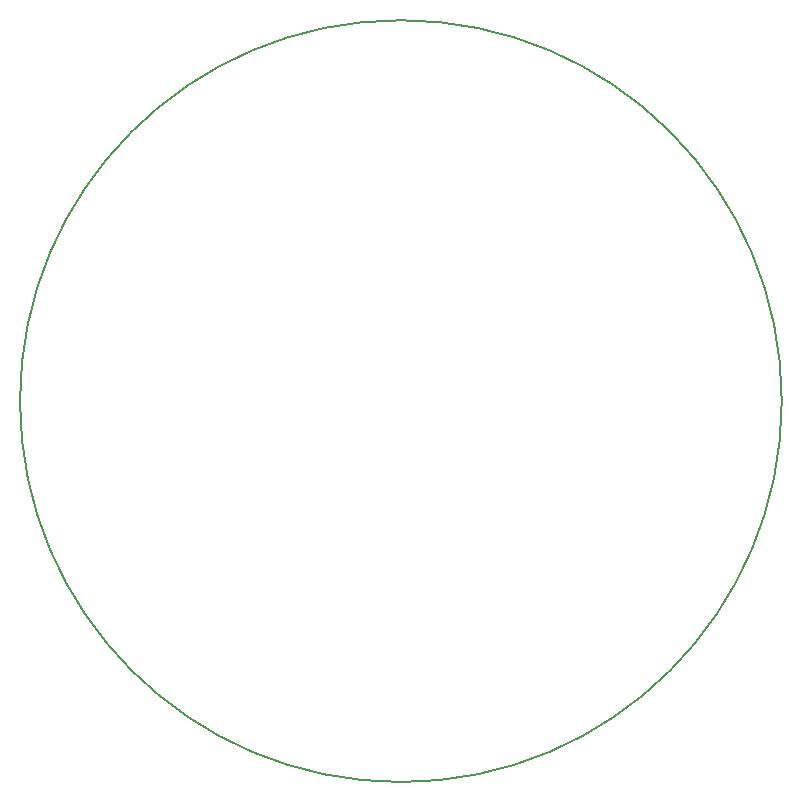
<source format=gbr>
G04 #@! TF.GenerationSoftware,KiCad,Pcbnew,(5.0.2)-1*
G04 #@! TF.CreationDate,2020-02-26T09:59:23+01:00*
G04 #@! TF.ProjectId,HB-OU-MP3-LED_PCB,48422d4f-552d-44d5-9033-2d4c45445f50,V2.1.3*
G04 #@! TF.SameCoordinates,Original*
G04 #@! TF.FileFunction,Profile,NP*
%FSLAX46Y46*%
G04 Gerber Fmt 4.6, Leading zero omitted, Abs format (unit mm)*
G04 Created by KiCad (PCBNEW (5.0.2)-1) date 26.02.2020 09:59:23*
%MOMM*%
%LPD*%
G01*
G04 APERTURE LIST*
%ADD10C,0.150000*%
G04 APERTURE END LIST*
D10*
X174000001Y-100000000D02*
G75*
G03X174000001Y-100000000I-32249031J0D01*
G01*
M02*

</source>
